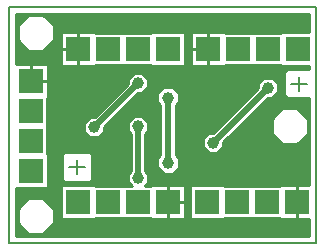
<source format=gbr>
G04 PROTEUS GERBER X2 FILE*
%TF.GenerationSoftware,Labcenter,Proteus,8.12-SP2-Build31155*%
%TF.CreationDate,2022-11-25T14:17:09+00:00*%
%TF.FileFunction,Copper,L1,Top*%
%TF.FilePolarity,Positive*%
%TF.Part,Single*%
%TF.SameCoordinates,{346e540b-2083-415b-b033-3a3a66599278}*%
%FSLAX45Y45*%
%MOMM*%
G01*
%TA.AperFunction,Conductor*%
%ADD10C,0.500000*%
%TA.AperFunction,ViaPad*%
%ADD11C,1.000000*%
%TA.AperFunction,Conductor*%
%ADD12C,0.254000*%
%TA.AperFunction,ComponentPad*%
%ADD13R,2.032000X2.032000*%
%TA.AperFunction,Profile*%
%ADD14C,0.203200*%
%TA.AperFunction,NonConductor*%
%ADD15C,0.203200*%
%TD.AperFunction*%
G36*
X-3447960Y+4794779D02*
X-3684779Y+4794779D01*
X-3684779Y+4784619D01*
X-4157221Y+4784619D01*
X-4157221Y+4794779D01*
X-4446779Y+4794779D01*
X-4446779Y+4505221D01*
X-4157221Y+4505221D01*
X-4157221Y+4515381D01*
X-3684779Y+4515381D01*
X-3684779Y+4505221D01*
X-3447960Y+4505221D01*
X-3447960Y+4480560D01*
X-3635716Y+4480560D01*
X-3655060Y+4461216D01*
X-3655060Y+4261144D01*
X-3635716Y+4241800D01*
X-3447960Y+4241800D01*
X-3447960Y+3504779D01*
X-3694779Y+3504779D01*
X-3694779Y+3494619D01*
X-4167221Y+3494619D01*
X-4167221Y+3504779D01*
X-4456779Y+3504779D01*
X-4456779Y+3215221D01*
X-4167221Y+3215221D01*
X-4167221Y+3225381D01*
X-3694779Y+3225381D01*
X-3694779Y+3215221D01*
X-3447960Y+3215221D01*
X-3447960Y+3072960D01*
X-5926040Y+3072960D01*
X-5926040Y+3473221D01*
X-5655221Y+3473221D01*
X-5655221Y+3762779D01*
X-5665381Y+3762779D01*
X-5665381Y+4235221D01*
X-5655221Y+4235221D01*
X-5655221Y+4524779D01*
X-5926040Y+4524779D01*
X-5926040Y+4951040D01*
X-3447960Y+4951040D01*
X-3447960Y+4794779D01*
G37*
%LPC*%
G36*
X-5285740Y+3760176D02*
X-5285740Y+3542324D01*
X-5305084Y+3522980D01*
X-5515316Y+3522980D01*
X-5534660Y+3542324D01*
X-5534660Y+3760176D01*
X-5515316Y+3779520D01*
X-5305084Y+3779520D01*
X-5285740Y+3760176D01*
G37*
G36*
X-4806441Y+4033440D02*
X-4806441Y+3962560D01*
X-4833981Y+3935020D01*
X-4833981Y+3622980D01*
X-4806441Y+3595440D01*
X-4806441Y+3524560D01*
X-4836382Y+3494619D01*
X-4782779Y+3494619D01*
X-4782779Y+3504779D01*
X-4493221Y+3504779D01*
X-4493221Y+3215221D01*
X-4782779Y+3215221D01*
X-4782779Y+3225381D01*
X-5255221Y+3225381D01*
X-5255221Y+3215221D01*
X-5544779Y+3215221D01*
X-5544779Y+3504779D01*
X-5255221Y+3504779D01*
X-5255221Y+3494619D01*
X-4947618Y+3494619D01*
X-4977559Y+3524560D01*
X-4977559Y+3595440D01*
X-4950019Y+3622980D01*
X-4950019Y+3935020D01*
X-4977559Y+3962560D01*
X-4977559Y+4033440D01*
X-4927440Y+4083559D01*
X-4856560Y+4083559D01*
X-4806441Y+4033440D01*
G37*
G36*
X-4493221Y+4505221D02*
X-4782779Y+4505221D01*
X-4782779Y+4515381D01*
X-5255221Y+4515381D01*
X-5255221Y+4505221D01*
X-5544779Y+4505221D01*
X-5544779Y+4794779D01*
X-5255221Y+4794779D01*
X-5255221Y+4784619D01*
X-4782779Y+4784619D01*
X-4782779Y+4794779D01*
X-4493221Y+4794779D01*
X-4493221Y+4505221D01*
G37*
G36*
X-3760799Y+3937537D02*
X-3760799Y+4062463D01*
X-3672463Y+4150799D01*
X-3547537Y+4150799D01*
X-3459201Y+4062463D01*
X-3459201Y+3937537D01*
X-3547537Y+3849201D01*
X-3672463Y+3849201D01*
X-3760799Y+3937537D01*
G37*
G36*
X-5910799Y+4727537D02*
X-5910799Y+4852463D01*
X-5822463Y+4940799D01*
X-5697537Y+4940799D01*
X-5609201Y+4852463D01*
X-5609201Y+4727537D01*
X-5697537Y+4639201D01*
X-5822463Y+4639201D01*
X-5910799Y+4727537D01*
G37*
G36*
X-5910799Y+3177537D02*
X-5910799Y+3302463D01*
X-5822463Y+3390799D01*
X-5697537Y+3390799D01*
X-5609201Y+3302463D01*
X-5609201Y+3177537D01*
X-5697537Y+3089201D01*
X-5822463Y+3089201D01*
X-5910799Y+3177537D01*
G37*
G36*
X-4806441Y+4399440D02*
X-4806441Y+4328560D01*
X-4856560Y+4278441D01*
X-4895509Y+4278441D01*
X-5180441Y+3993509D01*
X-5180441Y+3954560D01*
X-5230560Y+3904441D01*
X-5301440Y+3904441D01*
X-5351559Y+3954560D01*
X-5351559Y+4025440D01*
X-5301440Y+4075559D01*
X-5262491Y+4075559D01*
X-4977559Y+4360491D01*
X-4977559Y+4399440D01*
X-4927440Y+4449559D01*
X-4856560Y+4449559D01*
X-4806441Y+4399440D01*
G37*
G36*
X-3708441Y+4361440D02*
X-3708441Y+4290560D01*
X-3758560Y+4240441D01*
X-3797509Y+4240441D01*
X-4174441Y+3863509D01*
X-4174441Y+3824560D01*
X-4224560Y+3774441D01*
X-4295440Y+3774441D01*
X-4345559Y+3824560D01*
X-4345559Y+3895440D01*
X-4295440Y+3945559D01*
X-4256491Y+3945559D01*
X-3879559Y+4322491D01*
X-3879559Y+4361440D01*
X-3829440Y+4411559D01*
X-3758560Y+4411559D01*
X-3708441Y+4361440D01*
G37*
G36*
X-5582700Y+4362313D02*
X-5582700Y+4397687D01*
X-5557687Y+4422700D01*
X-5522313Y+4422700D01*
X-5497300Y+4397687D01*
X-5497300Y+4362313D01*
X-5522313Y+4337300D01*
X-5557687Y+4337300D01*
X-5582700Y+4362313D01*
G37*
G36*
X-4544821Y+4277856D02*
X-4544821Y+4200664D01*
X-4569821Y+4175664D01*
X-4569821Y+3753596D01*
X-4544821Y+3728596D01*
X-4544821Y+3651404D01*
X-4599404Y+3596821D01*
X-4676596Y+3596821D01*
X-4731179Y+3651404D01*
X-4731179Y+3728596D01*
X-4706179Y+3753596D01*
X-4706179Y+4175664D01*
X-4731179Y+4200664D01*
X-4731179Y+4277856D01*
X-4676596Y+4332439D01*
X-4599404Y+4332439D01*
X-4544821Y+4277856D01*
G37*
%LPD*%
D10*
X-4892000Y+3560000D02*
X-4892000Y+3998000D01*
X-5266000Y+3990000D02*
X-4892000Y+4364000D01*
X-4260000Y+3860000D02*
X-3794000Y+4326000D01*
X-4638000Y+4239260D02*
X-4638000Y+3690000D01*
D11*
X-4892000Y+3560000D03*
X-4892000Y+3998000D03*
X-5266000Y+3990000D03*
X-4892000Y+4364000D03*
X-4260000Y+3860000D03*
X-3794000Y+4326000D03*
X-5540000Y+4380000D03*
X-4638000Y+4239260D03*
X-4638000Y+3690000D03*
D12*
X-3447960Y+4794779D02*
X-3684779Y+4794779D01*
X-3684779Y+4784619D01*
X-4157221Y+4784619D01*
X-4157221Y+4794779D01*
X-4446779Y+4794779D01*
X-4446779Y+4505221D01*
X-4157221Y+4505221D01*
X-4157221Y+4515381D01*
X-3684779Y+4515381D01*
X-3684779Y+4505221D01*
X-3447960Y+4505221D01*
X-3447960Y+4480560D01*
X-3635716Y+4480560D01*
X-3655060Y+4461216D01*
X-3655060Y+4261144D01*
X-3635716Y+4241800D01*
X-3447960Y+4241800D01*
X-3447960Y+3504779D01*
X-3694779Y+3504779D01*
X-3694779Y+3494619D01*
X-4167221Y+3494619D01*
X-4167221Y+3504779D01*
X-4456779Y+3504779D01*
X-4456779Y+3215221D01*
X-4167221Y+3215221D01*
X-4167221Y+3225381D01*
X-3694779Y+3225381D01*
X-3694779Y+3215221D01*
X-3447960Y+3215221D01*
X-3447960Y+3072960D01*
X-5926040Y+3072960D01*
X-5926040Y+3473221D01*
X-5655221Y+3473221D01*
X-5655221Y+3762779D01*
X-5665381Y+3762779D01*
X-5665381Y+4235221D01*
X-5655221Y+4235221D01*
X-5655221Y+4524779D01*
X-5926040Y+4524779D01*
X-5926040Y+4951040D01*
X-3447960Y+4951040D01*
X-3447960Y+4794779D01*
X-5285740Y+3760176D02*
X-5285740Y+3542324D01*
X-5305084Y+3522980D01*
X-5515316Y+3522980D01*
X-5534660Y+3542324D01*
X-5534660Y+3760176D01*
X-5515316Y+3779520D01*
X-5305084Y+3779520D01*
X-5285740Y+3760176D01*
X-4806441Y+4033440D02*
X-4806441Y+3962560D01*
X-4833981Y+3935020D01*
X-4833981Y+3622980D01*
X-4806441Y+3595440D01*
X-4806441Y+3524560D01*
X-4836382Y+3494619D01*
X-4782779Y+3494619D01*
X-4782779Y+3504779D01*
X-4493221Y+3504779D01*
X-4493221Y+3215221D01*
X-4782779Y+3215221D01*
X-4782779Y+3225381D01*
X-5255221Y+3225381D01*
X-5255221Y+3215221D01*
X-5544779Y+3215221D01*
X-5544779Y+3504779D01*
X-5255221Y+3504779D01*
X-5255221Y+3494619D01*
X-4947618Y+3494619D01*
X-4977559Y+3524560D01*
X-4977559Y+3595440D01*
X-4950019Y+3622980D01*
X-4950019Y+3935020D01*
X-4977559Y+3962560D01*
X-4977559Y+4033440D01*
X-4927440Y+4083559D01*
X-4856560Y+4083559D01*
X-4806441Y+4033440D01*
X-4493221Y+4505221D02*
X-4782779Y+4505221D01*
X-4782779Y+4515381D01*
X-5255221Y+4515381D01*
X-5255221Y+4505221D01*
X-5544779Y+4505221D01*
X-5544779Y+4794779D01*
X-5255221Y+4794779D01*
X-5255221Y+4784619D01*
X-4782779Y+4784619D01*
X-4782779Y+4794779D01*
X-4493221Y+4794779D01*
X-4493221Y+4505221D01*
X-3760799Y+3937537D02*
X-3760799Y+4062463D01*
X-3672463Y+4150799D01*
X-3547537Y+4150799D01*
X-3459201Y+4062463D01*
X-3459201Y+3937537D01*
X-3547537Y+3849201D01*
X-3672463Y+3849201D01*
X-3760799Y+3937537D01*
X-5910799Y+4727537D02*
X-5910799Y+4852463D01*
X-5822463Y+4940799D01*
X-5697537Y+4940799D01*
X-5609201Y+4852463D01*
X-5609201Y+4727537D01*
X-5697537Y+4639201D01*
X-5822463Y+4639201D01*
X-5910799Y+4727537D01*
X-5910799Y+3177537D02*
X-5910799Y+3302463D01*
X-5822463Y+3390799D01*
X-5697537Y+3390799D01*
X-5609201Y+3302463D01*
X-5609201Y+3177537D01*
X-5697537Y+3089201D01*
X-5822463Y+3089201D01*
X-5910799Y+3177537D01*
X-4806441Y+4399440D02*
X-4806441Y+4328560D01*
X-4856560Y+4278441D01*
X-4895509Y+4278441D01*
X-5180441Y+3993509D01*
X-5180441Y+3954560D01*
X-5230560Y+3904441D01*
X-5301440Y+3904441D01*
X-5351559Y+3954560D01*
X-5351559Y+4025440D01*
X-5301440Y+4075559D01*
X-5262491Y+4075559D01*
X-4977559Y+4360491D01*
X-4977559Y+4399440D01*
X-4927440Y+4449559D01*
X-4856560Y+4449559D01*
X-4806441Y+4399440D01*
X-3708441Y+4361440D02*
X-3708441Y+4290560D01*
X-3758560Y+4240441D01*
X-3797509Y+4240441D01*
X-4174441Y+3863509D01*
X-4174441Y+3824560D01*
X-4224560Y+3774441D01*
X-4295440Y+3774441D01*
X-4345559Y+3824560D01*
X-4345559Y+3895440D01*
X-4295440Y+3945559D01*
X-4256491Y+3945559D01*
X-3879559Y+4322491D01*
X-3879559Y+4361440D01*
X-3829440Y+4411559D01*
X-3758560Y+4411559D01*
X-3708441Y+4361440D01*
X-5582700Y+4362313D02*
X-5582700Y+4397687D01*
X-5557687Y+4422700D01*
X-5522313Y+4422700D01*
X-5497300Y+4397687D01*
X-5497300Y+4362313D01*
X-5522313Y+4337300D01*
X-5557687Y+4337300D01*
X-5582700Y+4362313D01*
X-4544821Y+4277856D02*
X-4544821Y+4200664D01*
X-4569821Y+4175664D01*
X-4569821Y+3753596D01*
X-4544821Y+3728596D01*
X-4544821Y+3651404D01*
X-4599404Y+3596821D01*
X-4676596Y+3596821D01*
X-4731179Y+3651404D01*
X-4731179Y+3728596D01*
X-4706179Y+3753596D01*
X-4706179Y+4175664D01*
X-4731179Y+4200664D01*
X-4731179Y+4277856D01*
X-4676596Y+4332439D01*
X-4599404Y+4332439D01*
X-4544821Y+4277856D01*
X-5800000Y+4524779D02*
X-5800000Y+4380000D01*
X-5655221Y+4380000D02*
X-5800000Y+4380000D01*
X-4493221Y+3360000D02*
X-4638000Y+3360000D01*
X-4638000Y+3215221D02*
X-4638000Y+3360000D01*
X-4638000Y+3504779D02*
X-4638000Y+3360000D01*
X-5544779Y+4650000D02*
X-5400000Y+4650000D01*
X-5400000Y+4794779D02*
X-5400000Y+4650000D01*
X-5400000Y+4505221D02*
X-5400000Y+4650000D01*
X-4446779Y+4650000D02*
X-4302000Y+4650000D01*
X-4302000Y+4794779D02*
X-4302000Y+4650000D01*
X-4302000Y+4505221D02*
X-4302000Y+4650000D01*
X-3550000Y+3215221D02*
X-3550000Y+3360000D01*
X-3550000Y+3504779D02*
X-3550000Y+3360000D01*
D13*
X-5800000Y+4380000D03*
X-5800000Y+4126000D03*
X-5800000Y+3872000D03*
X-5800000Y+3618000D03*
X-5400000Y+3360000D03*
X-5146000Y+3360000D03*
X-4892000Y+3360000D03*
X-4638000Y+3360000D03*
X-4638000Y+4650000D03*
X-4892000Y+4650000D03*
X-5146000Y+4650000D03*
X-5400000Y+4650000D03*
X-3540000Y+4650000D03*
X-3794000Y+4650000D03*
X-4048000Y+4650000D03*
X-4302000Y+4650000D03*
X-4312000Y+3360000D03*
X-4058000Y+3360000D03*
X-3804000Y+3360000D03*
X-3550000Y+3360000D03*
D14*
X-5987000Y+3012000D02*
X-3387000Y+3012000D01*
X-3387000Y+5012000D01*
X-5987000Y+5012000D01*
X-5987000Y+3012000D01*
D15*
X-5476280Y+3655580D02*
X-5342930Y+3655580D01*
X-5409605Y+3716540D02*
X-5409605Y+3594620D01*
X-3599220Y+4356620D02*
X-3465870Y+4356620D01*
X-3532545Y+4417580D02*
X-3532545Y+4295660D01*
M02*

</source>
